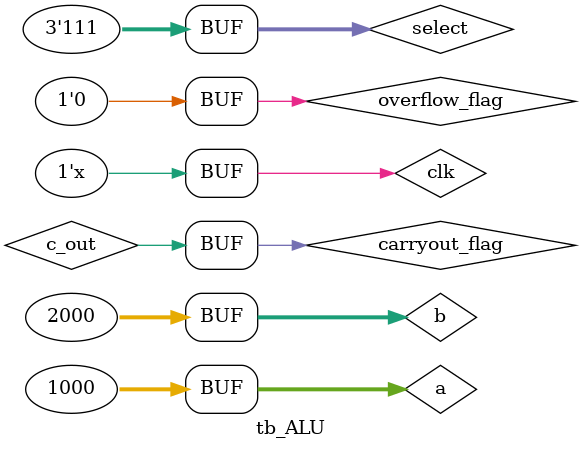
<source format=v>
`timescale 1ns / 1ns

module tb_ALU;
    parameter size32 = 32;
    
    // Inputs
	reg [size32-1:0]     a;
	reg [size32-1:0]     b;
	reg [2:0]          select;
	reg clk;

	// Outputs
	wire c_out;
	wire [size32-1:0]    result, reg_out;
	wire               c_out_verify;
	wire [size32-1:0]    result_verify;
	wire               error_flag, overflow_flag, carryout_flag, zero_flag;

    // Instantiate 32-bit ALU
    ALU_32bit #(size32)     ALU(c_out, result, a, b, select);
    
    assign zero_flag = (result == 0);
    assign overflow_flag = ((a[size32-1] == b[size32-1] && result[size32-1] != a[size32-1] && (select == 3'b110)) || ((a[size32-1] != b[size32-1]) && (b[size32-1] == result[size32-1]) && (select == 3'b101)));
    assign carryout_flag = (c_out == 1);
	
	ALU_verification #(size32) Verification (
		.c_out(c_out_verify), 
		.result(result_verify), 
		.a(a), 
		.b(b), 
		.select(select)
	);
	
//	 Assign Error_flag
	assign error_flag = (c_out != c_out_verify || result != result_verify);
	
//	 Verification logic
	always @ (a, b, select)
	    begin
		if(error_flag)
			$display("Error occurs when a = %d, b = %d, c_in = %d\n", a, b, select);
		end
		

	initial begin
		// Initialize Inputs
		a = 0;
		b = 0;
		select = 0;
		clk = 0;

		// Wait 100 ns for global reset to finish
		#100;
        
		// Add stimulus here
		
		//Move
		#20;
		a = 343455;
		b = 10;
		select = 0;
		
		//NOT
		#20;
		a = 7;
		b = 0;
		select = 1;
		
		//ADD
		#20;
		a = 32'b11111111111111111111111111111110;
		b = 1;
		select = 6;
		
		#20;
		a = 32'b11111111111111111111111111111111;
		b = 1;
		select = 6;
		
		#20;
		a = 78;
		b = 3432;
		select = 6;

		#20;
		a = -6;
		b = 5;
		select = 6;
		
		//SUB
		#20;
		a = 10;
		b = 10;
		select = 5;
		
//		#20;
//		a = 7;
//		b = 10;
//		select = 5;
		
//		#20;
//		a = 52;
//		b = 3;
//		select = 5;

//		#20;
//		a = 8003434;
//		b = 452;
//		select = 5;
		
		//OR
		#20;
		a = 3423;
		b = 1000;
		select = 4;
		
		//AND
		#20;
		a = 4463;
		b = 2122;
		select = 3;
		
		//SLT
		#20;
		a = 1000;
		b = 2000;
		select = 7;
	end
	
      always
	#5 clk = ~clk;
	
endmodule


</source>
